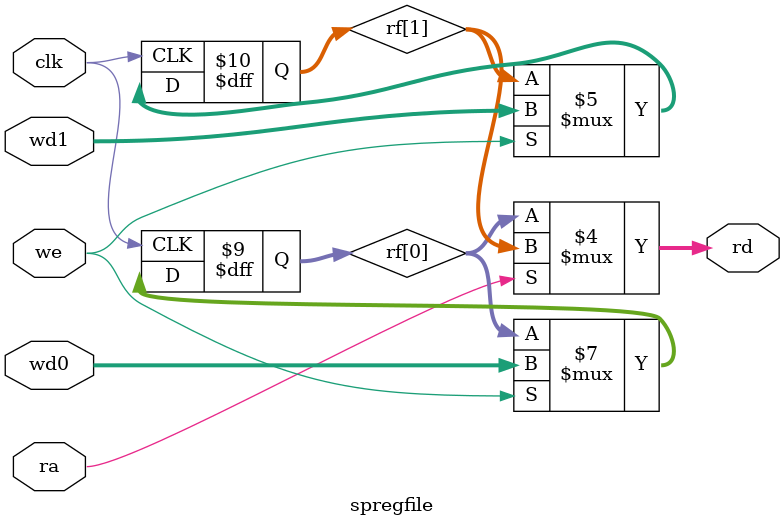
<source format=v>
`timescale 1ns / 1ps
module spregfile(
input clk, 
input we, 
input ra, 
input  [31:0] wd0, wd1, 
output [31:0] rd
);
reg [31:0] rf[1:0];
always @(posedge clk)
    if (we == 1'b1)
      begin
        rf[1'b0] <= wd0;
        rf[1'b1] <= wd1;
      end
   assign rd = (ra != 1'b0) ? rf[1'b1] : rf[1'b0];
endmodule
</source>
